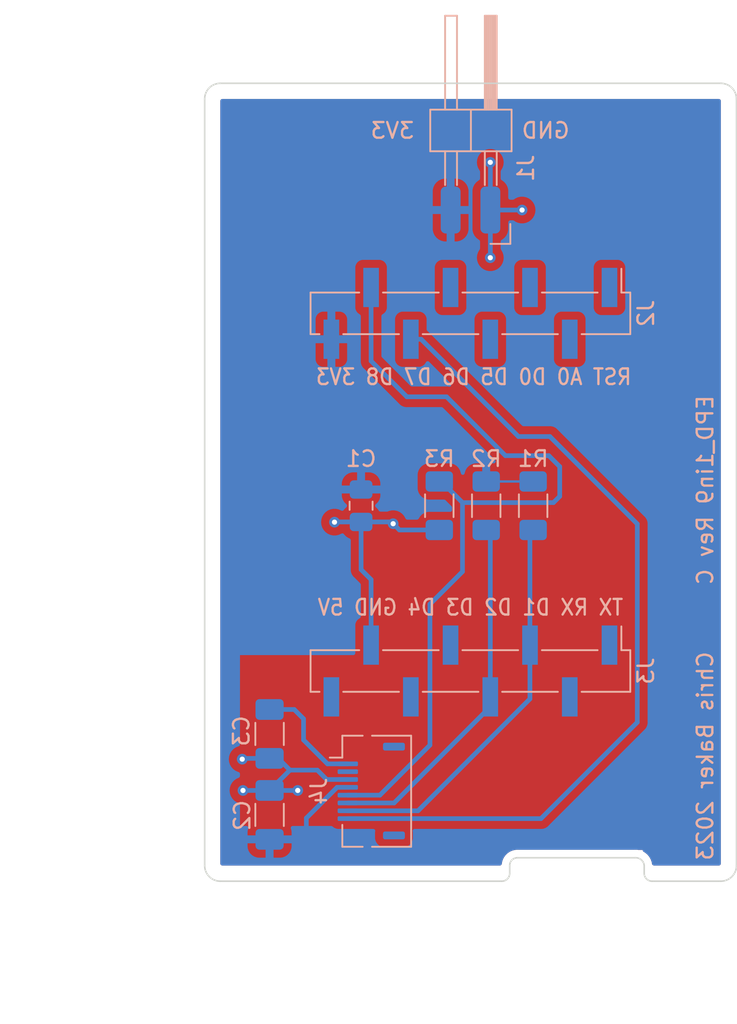
<source format=kicad_pcb>
(kicad_pcb (version 20211014) (generator pcbnew)
  (layers (0 "F.Cu" signal) (31 "B.Cu" signal) (34 "B.Paste" user) (35 "F.Paste" user) (36 "B.SilkS" user "B.Silkscreen") (37 "F.SilkS" user "F.Silkscreen") (38 "B.Mask" user) (39 "F.Mask" user) (44 "Edge.Cuts" user))
  (net 0 "")
  (net 1 "+3.3V")
  (net 2 "GND")
  (net 3 "/HV")
  (net 9 "/~{BUSY}")
  (net 10 "/~{RESET}")
  (net 13 "/SCL")
  (net 14 "/SDA")
  (footprint "Display_local:Waveshare_EPD_1in9" (layer "F.Cu") (at 31 80.25)
    (fp_text reference "Disp1")
    (fp_text value "Waveshare_EPD_1in9")
  )
  (footprint "Resistor_SMD:R_1206_3216Metric_Pad1.30x1.75mm_HandSolder" (layer "B.Cu") (at 45 57 -90)
    (fp_text reference "R3" (at -3 0 180) (layer "B.SilkS") (effects (justify mirror)))
    (fp_text value "47k")
    (fp_line (start -0.727064 -0.91) (end 0.727064 -0.91) (layer "B.SilkS") (width 0.12))
    (fp_line (start -0.727064 0.91) (end 0.727064 0.91) (layer "B.SilkS") (width 0.12))
    (pad "1" smd roundrect (at -1.55 0 270) (size 1.3 1.75) (layers "B.Cu" "B.Paste" "B.Mask") (roundrect_rratio 0.192308) (net 10 "/~{RESET}"))
    (pad "2" smd roundrect (at 1.55 0 270) (size 1.3 1.75) (layers "B.Cu" "B.Paste" "B.Mask") (roundrect_rratio 0.192308) (net 2 "GND"))
  )
  (footprint "Resistor_SMD:R_1206_3216Metric_Pad1.30x1.75mm_HandSolder" (layer "B.Cu") (at 51 57 -90)
    (fp_text reference "R1" (at -3 0 180) (layer "B.SilkS") (effects (justify mirror)))
    (fp_text value "47k")
    (fp_line (start -0.727064 -0.91) (end 0.727064 -0.91) (layer "B.SilkS") (width 0.12))
    (fp_line (start -0.727064 0.91) (end 0.727064 0.91) (layer "B.SilkS") (width 0.12))
    (pad "1" smd roundrect (at -1.55 0 270) (size 1.3 1.75) (layers "B.Cu" "B.Paste" "B.Mask") (roundrect_rratio 0.192308) (net 1 "+3.3V"))
    (pad "2" smd roundrect (at 1.55 0 270) (size 1.3 1.75) (layers "B.Cu" "B.Paste" "B.Mask") (roundrect_rratio 0.192308) (net 13 "/SCL"))
  )
  (footprint "Resistor_SMD:R_1206_3216Metric_Pad1.30x1.75mm_HandSolder" (layer "B.Cu") (at 48 57 -90)
    (fp_text reference "R2" (at -3 0 180) (layer "B.SilkS") (effects (justify mirror)))
    (fp_text value "47k")
    (fp_line (start -0.727064 -0.91) (end 0.727064 -0.91) (layer "B.SilkS") (width 0.12))
    (fp_line (start -0.727064 0.91) (end 0.727064 0.91) (layer "B.SilkS") (width 0.12))
    (pad "1" smd roundrect (at -1.55 0 270) (size 1.3 1.75) (layers "B.Cu" "B.Paste" "B.Mask") (roundrect_rratio 0.192308) (net 1 "+3.3V"))
    (pad "2" smd roundrect (at 1.55 0 270) (size 1.3 1.75) (layers "B.Cu" "B.Paste" "B.Mask") (roundrect_rratio 0.192308) (net 14 "/SDA"))
  )
  (footprint "Capacitor_SMD:C_1206_3216Metric_Pad1.33x1.80mm_HandSolder" (layer "B.Cu") (at 34.15 71.5875 -90)
    (fp_text reference "C3" (at -0.1875 1.8 -90) (layer "B.SilkS") (effects (justify mirror)))
    (fp_text value "100n 50V")
    (fp_line (start -0.711252 0.91) (end 0.711252 0.91) (layer "B.SilkS") (width 0.12))
    (fp_line (start -0.711252 -0.91) (end 0.711252 -0.91) (layer "B.SilkS") (width 0.12))
    (pad "1" smd roundrect (at -1.5625 0 270) (size 1.325 1.8) (layers "B.Cu" "B.Paste" "B.Mask") (roundrect_rratio 0.188679) (net 3 "/HV"))
    (pad "2" smd roundrect (at 1.5625 0 270) (size 1.325 1.8) (layers "B.Cu" "B.Paste" "B.Mask") (roundrect_rratio 0.188679) (net 2 "GND"))
  )
  (footprint "Capacitor_SMD:C_1206_3216Metric_Pad1.33x1.80mm_HandSolder" (layer "B.Cu") (at 34.15 76.7625 90)
    (fp_text reference "C2" (at -0.0375 -1.75 270) (layer "B.SilkS") (effects (justify mirror)))
    (fp_text value "100n")
    (fp_line (start -0.711252 -0.91) (end 0.711252 -0.91) (layer "B.SilkS") (width 0.12))
    (fp_line (start -0.711252 0.91) (end 0.711252 0.91) (layer "B.SilkS") (width 0.12))
    (pad "1" smd roundrect (at -1.5625 0 90) (size 1.325 1.8) (layers "B.Cu" "B.Paste" "B.Mask") (roundrect_rratio 0.188679) (net 1 "+3.3V"))
    (pad "2" smd roundrect (at 1.5625 0 90) (size 1.325 1.8) (layers "B.Cu" "B.Paste" "B.Mask") (roundrect_rratio 0.188679) (net 2 "GND"))
  )
  (footprint "Connector_local:PinHeader_1x02_P2.54mm_Horizontal_SMD" (layer "B.Cu") (at 48.265 38.1 90)
    (fp_text reference "J1" (at 2.675 2.27 270) (layer "B.SilkS") (effects (justify mirror)))
    (fp_text value "Conn_01x02")
    (fp_line (start 6.4172 0.1064) (end 12.4172 0.1064) (layer "B.SilkS") (width 0.12))
    (fp_line (start 12.4172 0.4064) (end 12.4172 -0.3536) (layer "B.SilkS") (width 0.12))
    (fp_line (start 1.6 -2.8946) (end 3.7572 -2.8936) (layer "B.SilkS") (width 0.12))
    (fp_line (start 3.7572 -1.2436) (end 6.4172 -1.2436) (layer "B.SilkS") (width 0.12))
    (fp_line (start 6.4172 0.3464) (end 12.4172 0.3464) (layer "B.SilkS") (width 0.12))
    (fp_line (start 6.4172 -0.0136) (end 12.4172 -0.0136) (layer "B.SilkS") (width 0.12))
    (fp_line (start -2.1624 1.2766) (end -0.8924 1.2766) (layer "B.SilkS") (width 0.12))
    (fp_line (start 6.4172 0.4064) (end 12.4172 0.4064) (layer "B.SilkS") (width 0.12))
    (fp_line (start 12.4172 -2.8936) (end 6.4172 -2.8936) (layer "B.SilkS") (width 0.12))
    (fp_line (start 6.4172 -2.1336) (end 12.4172 -2.1336) (layer "B.SilkS") (width 0.12))
    (fp_line (start 12.4172 -0.3536) (end 6.4172 -0.3536) (layer "B.SilkS") (width 0.12))
    (fp_line (start 1.6 -0.3546) (end 3.7572 -0.3536) (layer "B.SilkS") (width 0.12))
    (fp_line (start 6.4172 1.3564) (end 3.7572 1.3564) (layer "B.SilkS") (width 0.12))
    (fp_line (start 3.7572 1.3564) (end 3.7572 -3.8436) (layer "B.SilkS") (width 0.12))
    (fp_line (start 12.4172 -2.1336) (end 12.4172 -2.8936) (layer "B.SilkS") (width 0.12))
    (fp_line (start 1.6 -2.1336) (end 3.7572 -2.1336) (layer "B.SilkS") (width 0.12))
    (fp_line (start -2.1624 0.0066) (end -2.1624 1.2766) (layer "B.SilkS") (width 0.12))
    (fp_line (start 6.4172 -3.8436) (end 6.4172 1.3564) (layer "B.SilkS") (width 0.12))
    (fp_line (start 1.6 0.4064) (end 3.7572 0.4064) (layer "B.SilkS") (width 0.12))
    (fp_line (start 6.4172 -0.1336) (end 12.4172 -0.1336) (layer "B.SilkS") (width 0.12))
    (fp_line (start 3.7572 -3.8436) (end 6.4172 -3.8436) (layer "B.SilkS") (width 0.12))
    (fp_line (start 6.4172 -0.2536) (end 12.4172 -0.2536) (layer "B.SilkS") (width 0.12))
    (fp_line (start 6.4172 0.2264) (end 12.4172 0.2264) (layer "B.SilkS") (width 0.12))
    (pad "1" smd roundrect (at 0 0 90) (size 3 1.27) (layers "B.Cu" "B.Paste" "B.Mask") (net 2 "GND"))
    (pad "2" smd roundrect (at 0 -2.54 90) (size 3 1.27) (layers "B.Cu" "B.Paste" "B.Mask") (net 1 "+3.3V"))
  )
  (footprint "Capacitor_SMD:C_0805_2012Metric_Pad1.18x1.45mm_HandSolder" (layer "B.Cu") (at 40 57 -90)
    (fp_text reference "C1" (at -3 0 180) (layer "B.SilkS") (effects (justify mirror)))
    (fp_text value "1μ")
    (fp_line (start -0.261252 0.735) (end 0.261252 0.735) (layer "B.SilkS") (width 0.12))
    (fp_line (start -0.261252 -0.735) (end 0.261252 -0.735) (layer "B.SilkS") (width 0.12))
    (pad "1" smd roundrect (at -1.0375 0 270) (size 1.175 1.45) (layers "B.Cu" "B.Paste" "B.Mask") (roundrect_rratio 0.212766) (net 1 "+3.3V"))
    (pad "2" smd roundrect (at 1.0375 0 270) (size 1.175 1.45) (layers "B.Cu" "B.Paste" "B.Mask") (roundrect_rratio 0.212766) (net 2 "GND"))
  )
  (footprint "Connector_PinHeader_2.54mm:PinHeader_1x08_P2.54mm_Vertical_SMD_Pin1Right" (layer "B.Cu") (at 46.99 44.704 90)
    (fp_text reference "J2" (at 0 11.22 270) (layer "B.SilkS") (effects (justify mirror)))
    (fp_text value "Conn_01x08")
    (fp_line (start 1.33 10.22) (end 1.33 9.65) (layer "B.SilkS") (width 0.12))
    (fp_line (start 1.33 -2.03) (end 1.33 -5.59) (layer "B.SilkS") (width 0.12))
    (fp_line (start 1.33 8.13) (end 1.33 4.57) (layer "B.SilkS") (width 0.12))
    (fp_line (start -1.33 -4.57) (end -1.33 -8.13) (layer "B.SilkS") (width 0.12))
    (fp_line (start 1.33 -7.11) (end 1.33 -10.22) (layer "B.SilkS") (width 0.12))
    (fp_line (start 1.33 9.65) (end 2.85 9.65) (layer "B.SilkS") (width 0.12))
    (fp_line (start -1.33 -10.22) (end 1.33 -10.22) (layer "B.SilkS") (width 0.12))
    (fp_line (start -1.33 10.22) (end 1.33 10.22) (layer "B.SilkS") (width 0.12))
    (fp_line (start -1.33 10.22) (end -1.33 7.11) (layer "B.SilkS") (width 0.12))
    (fp_line (start -1.33 5.59) (end -1.33 2.03) (layer "B.SilkS") (width 0.12))
    (fp_line (start -1.33 0.51) (end -1.33 -3.05) (layer "B.SilkS") (width 0.12))
    (fp_line (start -1.33 -9.65) (end -1.33 -10.22) (layer "B.SilkS") (width 0.12))
    (fp_line (start 1.33 3.05) (end 1.33 -0.51) (layer "B.SilkS") (width 0.12))
    (pad "1" smd rect (at 1.655 8.89 90) (size 2.51 1) (layers "B.Cu" "B.Paste" "B.Mask"))
    (pad "2" smd rect (at -1.655 6.35 90) (size 2.51 1) (layers "B.Cu" "B.Paste" "B.Mask"))
    (pad "3" smd rect (at 1.655 3.81 90) (size 2.51 1) (layers "B.Cu" "B.Paste" "B.Mask"))
    (pad "4" smd rect (at -1.655 1.27 90) (size 2.51 1) (layers "B.Cu" "B.Paste" "B.Mask"))
    (pad "5" smd rect (at 1.655 -1.27 90) (size 2.51 1) (layers "B.Cu" "B.Paste" "B.Mask"))
    (pad "6" smd rect (at -1.655 -3.81 90) (size 2.51 1) (layers "B.Cu" "B.Paste" "B.Mask") (net 9 "/~{BUSY}"))
    (pad "7" smd rect (at 1.655 -6.35 90) (size 2.51 1) (layers "B.Cu" "B.Paste" "B.Mask") (net 10 "/~{RESET}"))
    (pad "8" smd rect (at -1.655 -8.89 90) (size 2.51 1) (layers "B.Cu" "B.Paste" "B.Mask") (net 1 "+3.3V"))
  )
  (footprint "Connector_local:CivLux_CF3527S_1x08-1MP_P0.50mm_Horizontal" (layer "B.Cu") (at 40.4 75.25 -90)
    (fp_text reference "J4" (at 0 3.1 90) (layer "B.SilkS") (effects (justify mirror)))
    (fp_text value "Conn_01x08")
    (fp_line (start 2.15 1.6) (end 3.55 1.6) (layer "B.SilkS") (width 0.12))
    (fp_line (start -3.55 1.6) (end -3.55 0.3) (layer "B.SilkS") (width 0.12))
    (fp_line (start -3.55 -2.8) (end 3.55 -2.8) (layer "B.SilkS") (width 0.12))
    (fp_line (start 3.55 -2.8) (end 3.55 -0.3) (layer "B.SilkS") (width 0.12))
    (fp_line (start -2.15 1.6) (end -2.15 2.4) (layer "B.SilkS") (width 0.12))
    (fp_line (start -2.15 1.6) (end -3.55 1.6) (layer "B.SilkS") (width 0.12))
    (fp_line (start 3.55 1.6) (end 3.55 0.3) (layer "B.SilkS") (width 0.12))
    (fp_line (start -3.55 -0.3) (end -3.55 -2.8) (layer "B.SilkS") (width 0.12))
    (pad "1" smd roundrect (at -1.75 1.25 270) (size 0.3 1.3) (layers "B.Cu" "B.Paste" "B.Mask") (net 3 "/HV"))
    (pad "2" smd roundrect (at -1.25 1.25 270) (size 0.3 1.3) (layers "B.Cu" "B.Paste" "B.Mask"))
    (pad "3" smd roundrect (at -0.75 1.25 270) (size 0.3 1.3) (layers "B.Cu" "B.Paste" "B.Mask") (net 2 "GND"))
    (pad "4" smd roundrect (at -0.25 1.25 270) (size 0.3 1.3) (layers "B.Cu" "B.Paste" "B.Mask") (net 1 "+3.3V"))
    (pad "5" smd roundrect (at 0.25 1.25 270) (size 0.3 1.3) (layers "B.Cu" "B.Paste" "B.Mask") (net 10 "/~{RESET}"))
    (pad "6" smd roundrect (at 0.75 1.25 270) (size 0.3 1.3) (layers "B.Cu" "B.Paste" "B.Mask") (net 14 "/SDA"))
    (pad "7" smd roundrect (at 1.25 1.25 270) (size 0.3 1.3) (layers "B.Cu" "B.Paste" "B.Mask") (net 13 "/SCL"))
    (pad "8" smd roundrect (at 1.75 1.25 270) (size 0.3 1.3) (layers "B.Cu" "B.Paste" "B.Mask") (net 9 "/~{BUSY}"))
    (pad "MP" smd roundrect (at 2.825 -1.7 270) (size 0.5 1.4) (layers "B.Cu" "B.Paste" "B.Mask"))
    (pad "MP" smd roundrect (at -2.85 -1.7 270) (size 0.5 1.4) (layers "B.Cu" "B.Paste" "B.Mask"))
  )
  (footprint "Connector_PinHeader_2.54mm:PinHeader_1x08_P2.54mm_Vertical_SMD_Pin1Right" (layer "B.Cu") (at 46.99 67.564 90)
    (fp_text reference "J3" (at 0 11.22 270) (layer "B.SilkS") (effects (justify mirror)))
    (fp_text value "Conn_01x08")
    (fp_line (start -1.33 0.51) (end -1.33 -3.05) (layer "B.SilkS") (width 0.12))
    (fp_line (start -1.33 -10.22) (end 1.33 -10.22) (layer "B.SilkS") (width 0.12))
    (fp_line (start 1.33 9.65) (end 2.85 9.65) (layer "B.SilkS") (width 0.12))
    (fp_line (start 1.33 -2.03) (end 1.33 -5.59) (layer "B.SilkS") (width 0.12))
    (fp_line (start 1.33 8.13) (end 1.33 4.57) (layer "B.SilkS") (width 0.12))
    (fp_line (start 1.33 -7.11) (end 1.33 -10.22) (layer "B.SilkS") (width 0.12))
    (fp_line (start -1.33 -9.65) (end -1.33 -10.22) (layer "B.SilkS") (width 0.12))
    (fp_line (start -1.33 10.22) (end -1.33 7.11) (layer "B.SilkS") (width 0.12))
    (fp_line (start 1.33 10.22) (end 1.33 9.65) (layer "B.SilkS") (width 0.12))
    (fp_line (start -1.33 10.22) (end 1.33 10.22) (layer "B.SilkS") (width 0.12))
    (fp_line (start 1.33 3.05) (end 1.33 -0.51) (layer "B.SilkS") (width 0.12))
    (fp_line (start -1.33 -4.57) (end -1.33 -8.13) (layer "B.SilkS") (width 0.12))
    (fp_line (start -1.33 5.59) (end -1.33 2.03) (layer "B.SilkS") (width 0.12))
    (pad "1" smd rect (at 1.655 8.89 90) (size 2.51 1) (layers "B.Cu" "B.Paste" "B.Mask"))
    (pad "2" smd rect (at -1.655 6.35 90) (size 2.51 1) (layers "B.Cu" "B.Paste" "B.Mask"))
    (pad "3" smd rect (at 1.655 3.81 90) (size 2.51 1) (layers "B.Cu" "B.Paste" "B.Mask") (net 13 "/SCL"))
    (pad "4" smd rect (at -1.655 1.27 90) (size 2.51 1) (layers "B.Cu" "B.Paste" "B.Mask") (net 14 "/SDA"))
    (pad "5" smd rect (at 1.655 -1.27 90) (size 2.51 1) (layers "B.Cu" "B.Paste" "B.Mask"))
    (pad "6" smd rect (at -1.655 -3.81 90) (size 2.51 1) (layers "B.Cu" "B.Paste" "B.Mask"))
    (pad "7" smd rect (at 1.655 -6.35 90) (size 2.51 1) (layers "B.Cu" "B.Paste" "B.Mask") (net 2 "GND"))
    (pad "8" smd rect (at -1.655 -8.89 90) (size 2.51 1) (layers "B.Cu" "B.Paste" "B.Mask"))
  )
  (gr_line (start 58.1 80.5) (end 58.1 80) (layer "Edge.Cuts") (width 0.1))
  (gr_arc (start 58.6 81) (mid 58.246447 80.853553) (end 58.1 80.5) (layer "Edge.Cuts") (width 0.1))
  (gr_line (start 31 81) (end 49 81) (layer "Edge.Cuts") (width 0.1))
  (gr_arc (start 49.5 80) (mid 49.646447 79.646447) (end 50 79.5) (layer "Edge.Cuts") (width 0.1))
  (gr_arc (start 30 31) (mid 30.292893 30.292893) (end 31 30) (layer "Edge.Cuts") (width 0.1))
  (gr_line (start 63 30) (end 31 30) (layer "Edge.Cuts") (width 0.1))
  (gr_arc (start 57.5 79.5) (mid 57.903553 79.625736) (end 58.1 80) (layer "Edge.Cuts") (width 0.1))
  (gr_arc (start 49.5 80.5) (mid 49.353553 80.853553) (end 49 81) (layer "Edge.Cuts") (width 0.1))
  (gr_line (start 64 80) (end 64 31) (layer "Edge.Cuts") (width 0.1))
  (gr_arc (start 63 30) (mid 63.707107 30.292893) (end 64 31) (layer "Edge.Cuts") (width 0.1))
  (gr_line (start 30 31) (end 30 80) (layer "Edge.Cuts") (width 0.1))
  (gr_line (start 57.5 79.5) (end 50 79.5) (layer "Edge.Cuts") (width 0.1))
  (gr_arc (start 64 80) (mid 63.707107 80.707107) (end 63 81) (layer "Edge.Cuts") (width 0.1))
  (gr_line (start 49.5 80) (end 49.5 80.5) (layer "Edge.Cuts") (width 0.1))
  (gr_line (start 63 81) (end 58.6 81) (layer "Edge.Cuts") (width 0.1))
  (gr_arc (start 31 81) (mid 30.292893 80.707107) (end 30 80) (layer "Edge.Cuts") (width 0.1))
  (gr_text "EPD_1in9 Rev C" (at 62 56 90) (layer "B.SilkS") (effects (font (size 1 1)) (justify mirror)))
  (gr_text "TX RX D1 D2 D3 D4 GND 5V" (at 46.99 63.5) (layer "B.SilkS") (effects (font (size 1 0.9)) (justify mirror)))
  (gr_text "3V3" (at 42 33.02) (layer "B.SilkS") (effects (font (size 1 1)) (justify mirror)))
  (gr_text "GND" (at 51.8 33.02) (layer "B.SilkS") (effects (font (size 1 1)) (justify mirror)))
  (gr_text "RST A0 D0 D5 D6 D7 D8 3V3" (at 47.2 48.768) (layer "B.SilkS") (effects (font (size 1 0.9)) (justify mirror)))
  (gr_text "Chris Baker 2023" (at 62 73 90) (layer "B.SilkS") (effects (font (size 1 1)) (justify mirror)))
  (segment (start 39.15 75) (end 38.466276 75) (width 0.3) (layer "B.Cu") (net 1))
  (segment (start 51 55.45) (end 48 55.45) (width 0.1524) (layer "B.Cu") (net 1))
  (segment (start 36.5 77.95) (end 36.125 78.325) (width 0.3) (layer "B.Cu") (net 1))
  (segment (start 36.125 78.325) (end 34.15 78.325) (width 0.3) (layer "B.Cu") (net 1))
  (segment (start 38.466276 75) (end 36.5 76.966276) (width 0.3) (layer "B.Cu") (net 1))
  (segment (start 36.5 76.966276) (end 36.5 77.95) (width 0.3) (layer "B.Cu") (net 1))
  (via (at 32.45 75.2) (size 0.6858) (drill 0.3302) (layers "F.Cu" "B.Cu") (net 2))
  (via (at 35.95 75.2) (size 0.6858) (drill 0.3302) (layers "F.Cu" "B.Cu") (net 2))
  (via (at 42.05 58.15) (size 0.6858) (drill 0.3302) (layers "F.Cu" "B.Cu") (net 2))
  (via (at 48.26 41.148) (size 0.6858) (drill 0.3302) (layers "F.Cu" "B.Cu") (net 2))
  (via (at 48.26 35.052) (size 0.6858) (drill 0.3302) (layers "F.Cu" "B.Cu") (net 2))
  (via (at 50.292 38.1) (size 0.6858) (drill 0.3302) (layers "F.Cu" "B.Cu") (net 2))
  (via (at 38.3 58.05) (size 0.6858) (drill 0.3302) (layers "F.Cu" "B.Cu") (net 2))
  (via (at 32.4 73.2) (size 0.6858) (drill 0.3302) (layers "F.Cu" "B.Cu") (net 2))
  (segment (start 40.64 61.722) (end 40 61.082) (width 0.3) (layer "B.Cu") (net 2))
  (segment (start 35.45 73.9) (end 34.7 73.15) (width 0.3) (layer "B.Cu") (net 2))
  (segment (start 40 61.082) (end 40 58.0375) (width 0.3) (layer "B.Cu") (net 2))
  (segment (start 48.265 38.1) (end 48.265 35.057) (width 0.3) (layer "B.Cu") (net 2))
  (segment (start 41.9375 58.0375) (end 42.05 58.15) (width 0.3) (layer "B.Cu") (net 2))
  (segment (start 48.265 38.1) (end 48.265 41.143) (width 0.3) (layer "B.Cu") (net 2))
  (segment (start 34.15 75.2) (end 32.45 75.2) (width 0.3) (layer "B.Cu") (net 2))
  (segment (start 48.265 41.143) (end 48.26 41.148) (width 0.3) (layer "B.Cu") (net 2))
  (segment (start 32.45 73.15) (end 32.4 73.2) (width 0.3) (layer "B.Cu") (net 2))
  (segment (start 37.2 73.9) (end 37.8 74.5) (width 0.3) (layer "B.Cu") (net 2))
  (segment (start 45 58.55) (end 42.45 58.55) (width 0.3) (layer "B.Cu") (net 2))
  (segment (start 48.265 38.1) (end 50.292 38.1) (width 0.3) (layer "B.Cu") (net 2))
  (segment (start 38.3125 58.0375) (end 38.3 58.05) (width 0.3) (layer "B.Cu") (net 2))
  (segment (start 40.64 65.909) (end 40.64 61.722) (width 0.3) (layer "B.Cu") (net 2))
  (segment (start 34.7 73.15) (end 34.15 73.15) (width 0.3) (layer "B.Cu") (net 2))
  (segment (start 34.15 75.2) (end 35.95 75.2) (width 0.3) (layer "B.Cu") (net 2))
  (segment (start 40 58.0375) (end 41.9375 58.0375) (width 0.3) (layer "B.Cu") (net 2))
  (segment (start 35.45 73.9) (end 37.2 73.9) (width 0.3) (layer "B.Cu") (net 2))
  (segment (start 37.8 74.5) (end 39.15 74.5) (width 0.3) (layer "B.Cu") (net 2))
  (segment (start 40 58.0375) (end 38.3125 58.0375) (width 0.3) (layer "B.Cu") (net 2))
  (segment (start 48.265 35.057) (end 48.26 35.052) (width 0.3) (layer "B.Cu") (net 2))
  (segment (start 42.45 58.55) (end 42.05 58.15) (width 0.3) (layer "B.Cu") (net 2))
  (segment (start 34.15 75.2) (end 35.45 73.9) (width 0.3) (layer "B.Cu") (net 2))
  (segment (start 34.15 73.15) (end 32.45 73.15) (width 0.3) (layer "B.Cu") (net 2))
  (segment (start 37.85 73.5) (end 39.15 73.5) (width 0.3) (layer "B.Cu") (net 3))
  (segment (start 34.15 70.025) (end 35.725 70.025) (width 0.3) (layer "B.Cu") (net 3))
  (segment (start 36.322 70.622) (end 36.322 71.972) (width 0.3) (layer "B.Cu") (net 3))
  (segment (start 36.322 71.972) (end 37.85 73.5) (width 0.3) (layer "B.Cu") (net 3))
  (segment (start 35.725 70.025) (end 36.322 70.622) (width 0.3) (layer "B.Cu") (net 3))
  (segment (start 50.058 52.578) (end 43.839 46.359) (width 0.3) (layer "B.Cu") (net 9))
  (segment (start 57.658 70.842) (end 57.658 58.166) (width 0.3) (layer "B.Cu") (net 9))
  (segment (start 51.5 77) (end 57.658 70.842) (width 0.3) (layer "B.Cu") (net 9))
  (segment (start 43.839 46.359) (end 43.18 46.359) (width 0.3) (layer "B.Cu") (net 9))
  (segment (start 39.15 77) (end 51.5 77) (width 0.3) (layer "B.Cu") (net 9))
  (segment (start 52.07 52.578) (end 50.058 52.578) (width 0.3) (layer "B.Cu") (net 9))
  (segment (start 57.658 58.166) (end 52.07 52.578) (width 0.3) (layer "B.Cu") (net 9))
  (segment (start 45.132 55.45) (end 45 55.45) (width 0.3) (layer "B.Cu") (net 10))
  (segment (start 52.7 56.4) (end 52.7 54.5) (width 0.3) (layer "B.Cu") (net 10))
  (segment (start 52 53.8) (end 49.228 53.8) (width 0.3) (layer "B.Cu") (net 10))
  (segment (start 46.482 56.8) (end 45.132 55.45) (width 0.3) (layer "B.Cu") (net 10))
  (segment (start 44.4024 63.2936) (end 46.482 61.214) (width 0.3) (layer "B.Cu") (net 10))
  (segment (start 41.202218 75.5) (end 44.4024 72.299818) (width 0.3) (layer "B.Cu") (net 10))
  (segment (start 45.466 50.038) (end 42.926 50.038) (width 0.3) (layer "B.Cu") (net 10))
  (segment (start 46.482 56.8) (end 52.3 56.8) (width 0.3) (layer "B.Cu") (net 10))
  (segment (start 49.228 53.8) (end 45.466 50.038) (width 0.3) (layer "B.Cu") (net 10))
  (segment (start 40.64 47.752) (end 40.64 43.049) (width 0.3) (layer "B.Cu") (net 10))
  (segment (start 44.4024 72.299818) (end 44.4024 63.2936) (width 0.3) (layer "B.Cu") (net 10))
  (segment (start 52.3 56.8) (end 52.7 56.4) (width 0.3) (layer "B.Cu") (net 10))
  (segment (start 42.926 50.038) (end 40.64 47.752) (width 0.3) (layer "B.Cu") (net 10))
  (segment (start 46.482 61.214) (end 46.482 56.8) (width 0.3) (layer "B.Cu") (net 10))
  (segment (start 39.15 75.5) (end 41.202218 75.5) (width 0.3) (layer "B.Cu") (net 10))
  (segment (start 52.7 54.5) (end 52 53.8) (width 0.3) (layer "B.Cu") (net 10))
  (segment (start 43.642 76.5) (end 50.795 69.347) (width 0.3) (layer "B.Cu") (net 13))
  (segment (start 50.795 58.755) (end 51 58.55) (width 0.3) (layer "B.Cu") (net 13))
  (segment (start 39.15 76.5) (end 43.642 76.5) (width 0.3) (layer "B.Cu") (net 13))
  (segment (start 50.795 69.347) (end 50.795 58.755) (width 0.3) (layer "B.Cu") (net 13))
  (segment (start 48.26 58.81) (end 48 58.55) (width 0.3) (layer "B.Cu") (net 14))
  (segment (start 39.15 76) (end 42.11 76) (width 0.3) (layer "B.Cu") (net 14))
  (segment (start 42.11 76) (end 48.26 69.85) (width 0.3) (layer "B.Cu") (net 14))
  (segment (start 48.26 69.85) (end 48.26 69.219) (width 0.3) (layer "B.Cu") (net 14))
  (segment (start 48.26 69.219) (end 48.26 58.81) (width 0.3) (layer "B.Cu") (net 14))
  (zone (net 2) (net_name "GND") (layer "F.Cu") (connect_pads (clearance 0.508)) (min_thickness 0.254) (fill yes (thermal_gap 0.508) (thermal_bridge_width 0.508))
    (polygon (pts (xy 63 80) (xy 58 80) (xy 58 79) (xy 50 79) (xy 50 80) (xy 31 80) (xy 31 31) (xy 63 31)))
  )
  (zone (net 0) (net_name "") (layer "B.Cu") (connect_pads (clearance 0)) (min_thickness 0.254)
    (keepout (tracks allowed) (vias allowed) (pads allowed) (copperpour not_allowed) (footprints allowed))
    (fill (thermal_gap 0.508) (thermal_bridge_width 0.508))
    (polygon (pts (xy 43.688 77.47) (xy 32.258 77.47) (xy 32.258 66.548) (xy 43.688 66.548)))
  )
  (zone (net 1) (net_name "+3.3V") (layer "B.Cu") (connect_pads (clearance 0.508)) (min_thickness 0.254) (fill yes (thermal_gap 0.508) (thermal_bridge_width 0.508))
    (polygon (pts (xy 63 80) (xy 58 80) (xy 58 79) (xy 50 79) (xy 50 80) (xy 31 80) (xy 31 31) (xy 63 31)))
  )
)
</source>
